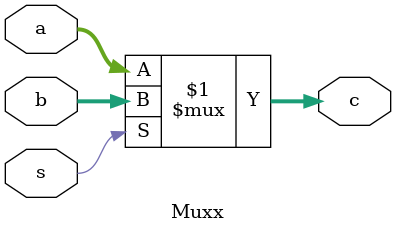
<source format=v>
module Muxx(a, b, s, c);
    input [31:0] a, b;
    input s;
    output [31:0] c;
    
    assign c = s ? b : a;
endmodule

</source>
